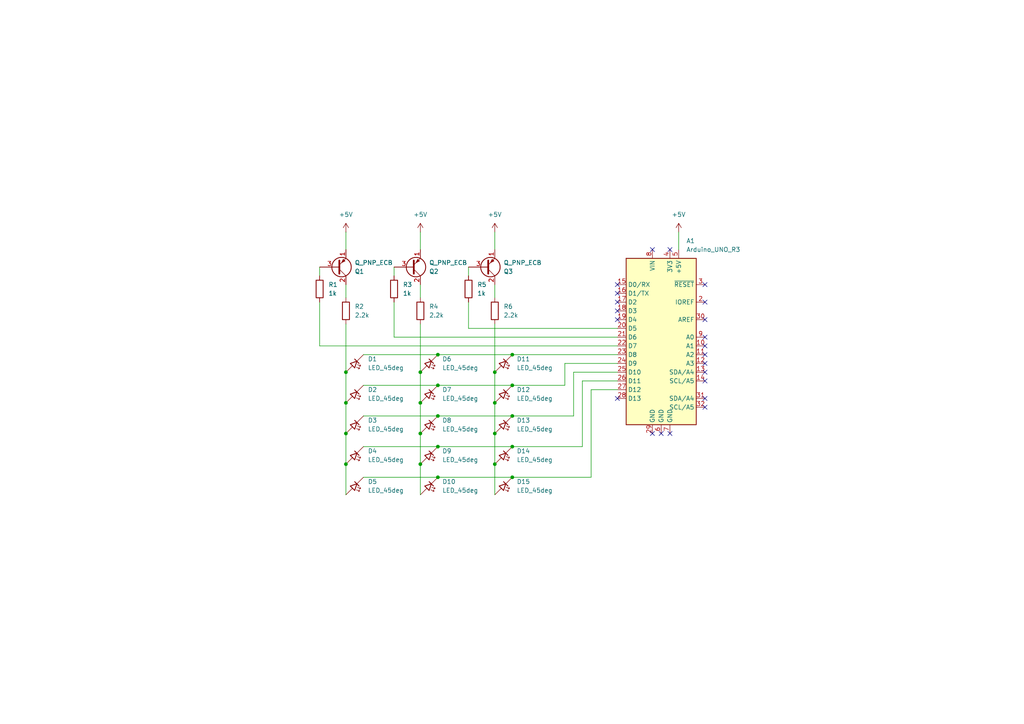
<source format=kicad_sch>
(kicad_sch (version 20231120) (generator "eeschema") (generator_version "8.0")
  (paper "A4")
  (lib_symbols
    (symbol "Device:LED_45deg" (pin_numbers hide) (pin_names (offset 0) hide)
      (property "Reference" "D" (at 1.27 2.54 0))
      (property "Value" "LED_45deg" (at 1.27 0 0))
      (symbol "LED_45deg_0_1"
        (polyline (pts (xy -1.4732 -1.4224) (xy -1.6256 -1.0668)))
        (polyline (pts (xy -0.7112 -1.7272) (xy -0.8636 -1.3716)))
        (polyline (pts (xy -0.635 0.635) (xy -2.54 2.54)))
        (polyline (pts (xy 0 -1.27) (xy 1.27 0)) (stroke (width 0.254)))
        (polyline (pts (xy 2.54 -2.54) (xy 0.635 -0.635)))
        (polyline (pts (xy -1.1176 -0.508) (xy -1.4732 -1.4224) (xy -1.1176 -1.27)))
        (polyline (pts (xy -0.3556 -0.8128) (xy -0.7112 -1.7272) (xy -0.3556 -1.5748)))
        (polyline (pts (xy -1.27 0) (xy 0 1.27) (xy 0.635 -0.635) (xy -1.27 0)) (stroke (width 0.254)))
      )
      (symbol "LED_45deg_1_1"
        (pin passive line (at 2.54 -2.54 180) (length 0) (name "K") (number "1"))
        (pin passive line (at -2.54 2.54 0) (length 0) (name "A") (number "2"))
      )
    )
    (symbol "Device:Q_PNP_ECB" (pin_names (offset 0) hide)
      (property "Reference" "Q" (at 5.08 1.27 0))
      (property "Value" "Q_PNP_ECB" (at 5.08 -1.27 0))
      (symbol "Q_PNP_ECB_0_1"
        (polyline (pts (xy 0.635 0.635) (xy 2.54 2.54)))
        (polyline (pts (xy 0.635 -0.635) (xy 2.54 -2.54) (xy 2.54 -2.54)))
        (polyline (pts (xy 0.635 1.905) (xy 0.635 -1.905) (xy 0.635 -1.905)) (stroke (width 0.508)))
        (polyline (pts (xy 2.286 -1.778) (xy 1.778 -2.286) (xy 1.27 -1.27) (xy 2.286 -1.778) (xy 2.286 -1.778)) (fill (type outline)))
        (circle (center 1.27 0) (radius 2.8194) (stroke (width 0.254)))
      )
      (symbol "Q_PNP_ECB_1_1"
        (pin passive line (at 2.54 -5.08 90) (length 2.54) (name "E") (number "1"))
        (pin passive line (at 2.54 5.08 270) (length 2.54) (name "C") (number "2"))
        (pin input line (at -5.08 0 0) (length 5.715) (name "B") (number "3"))
      )
    )
    (symbol "Device:R" (pin_numbers hide) (pin_names (offset 0))
      (property "Reference" "R" (at 2.032 0 90))
      (property "Value" "R" (at 0 0 90))
      (symbol "R_0_1"
        (rectangle (start -1.016 -2.54) (end 1.016 2.54) (stroke (width 0.254)))
      )
      (symbol "R_1_1"
        (pin passive line (at 0 3.81 270) (length 1.27) (name "~") (number "1"))
        (pin passive line (at 0 -3.81 90) (length 1.27) (name "~") (number "2"))
      )
    )
    (symbol "MCU_Module:Arduino_UNO_R3"
      (property "Reference" "A" (at -10.16 23.495 0))
      (property "Value" "Arduino_UNO_R3" (at 5.08 -26.67 0))
      (symbol "Arduino_UNO_R3_0_1"
        (rectangle (start -10.16 22.86) (end 10.16 -25.4) (stroke (width 0.254)) (fill (type background)))
      )
      (symbol "Arduino_UNO_R3_1_1"
        (pin no_connect line (at -10.16 -20.32 0) (length 2.54) hide (name "NC") (number "1"))
        (pin bidirectional line (at 12.7 -2.54 180) (length 2.54) (name "A1") (number "10"))
        (pin bidirectional line (at 12.7 -5.08 180) (length 2.54) (name "A2") (number "11"))
        (pin bidirectional line (at 12.7 -7.62 180) (length 2.54) (name "A3") (number "12"))
        (pin bidirectional line (at 12.7 -10.16 180) (length 2.54) (name "SDA/A4") (number "13"))
        (pin bidirectional line (at 12.7 -12.7 180) (length 2.54) (name "SCL/A5") (number "14"))
        (pin bidirectional line (at -12.7 15.24 0) (length 2.54) (name "D0/RX") (number "15"))
        (pin bidirectional line (at -12.7 12.7 0) (length 2.54) (name "D1/TX") (number "16"))
        (pin bidirectional line (at -12.7 10.16 0) (length 2.54) (name "D2") (number "17"))
        (pin bidirectional line (at -12.7 7.62 0) (length 2.54) (name "D3") (number "18"))
        (pin bidirectional line (at -12.7 5.08 0) (length 2.54) (name "D4") (number "19"))
        (pin output line (at 12.7 10.16 180) (length 2.54) (name "IOREF") (number "2"))
        (pin bidirectional line (at -12.7 2.54 0) (length 2.54) (name "D5") (number "20"))
        (pin bidirectional line (at -12.7 0 0) (length 2.54) (name "D6") (number "21"))
        (pin bidirectional line (at -12.7 -2.54 0) (length 2.54) (name "D7") (number "22"))
        (pin bidirectional line (at -12.7 -5.08 0) (length 2.54) (name "D8") (number "23"))
        (pin bidirectional line (at -12.7 -7.62 0) (length 2.54) (name "D9") (number "24"))
        (pin bidirectional line (at -12.7 -10.16 0) (length 2.54) (name "D10") (number "25"))
        (pin bidirectional line (at -12.7 -12.7 0) (length 2.54) (name "D11") (number "26"))
        (pin bidirectional line (at -12.7 -15.24 0) (length 2.54) (name "D12") (number "27"))
        (pin bidirectional line (at -12.7 -17.78 0) (length 2.54) (name "D13") (number "28"))
        (pin power_in line (at -2.54 -27.94 90) (length 2.54) (name "GND") (number "29"))
        (pin input line (at 12.7 15.24 180) (length 2.54) (name "~{RESET}") (number "3"))
        (pin input line (at 12.7 5.08 180) (length 2.54) (name "AREF") (number "30"))
        (pin bidirectional line (at 12.7 -17.78 180) (length 2.54) (name "SDA/A4") (number "31"))
        (pin bidirectional line (at 12.7 -20.32 180) (length 2.54) (name "SCL/A5") (number "32"))
        (pin power_out line (at 2.54 25.4 270) (length 2.54) (name "3V3") (number "4"))
        (pin power_out line (at 5.08 25.4 270) (length 2.54) (name "+5V") (number "5"))
        (pin power_in line (at 0 -27.94 90) (length 2.54) (name "GND") (number "6"))
        (pin power_in line (at 2.54 -27.94 90) (length 2.54) (name "GND") (number "7"))
        (pin power_in line (at -2.54 25.4 270) (length 2.54) (name "VIN") (number "8"))
        (pin bidirectional line (at 12.7 0 180) (length 2.54) (name "A0") (number "9"))
      )
    )
    (symbol "power:+5V" (power) (pin_numbers hide) (pin_names (offset 0) hide)
      (property "Value" "+5V" (at 0 3.556 0))
      (symbol "+5V_0_1"
        (polyline (pts (xy -0.762 1.27) (xy 0 2.54)))
        (polyline (pts (xy 0 0) (xy 0 2.54)))
        (polyline (pts (xy 0 2.54) (xy 0.762 1.27)))
      )
      (symbol "+5V_1_1"
        (pin power_in line (at 0 0 90) (length 0) (name "~") (number "1"))
      )
    )
  )
  (junction (at 148.59 138.43))
  (junction (at 100.33 107.95))
  (junction (at 148.59 111.76))
  (junction (at 100.33 125.73))
  (junction (at 148.59 120.65))
  (junction (at 121.92 107.95))
  (junction (at 148.59 102.87))
  (junction (at 127 120.65))
  (junction (at 100.33 134.62))
  (junction (at 143.51 125.73))
  (junction (at 148.59 129.54))
  (junction (at 100.33 116.84))
  (junction (at 143.51 116.84))
  (junction (at 127 102.87))
  (junction (at 127 138.43))
  (junction (at 143.51 107.95))
  (junction (at 143.51 134.62))
  (junction (at 127 111.76))
  (junction (at 121.92 116.84))
  (junction (at 121.92 125.73))
  (junction (at 121.92 134.62))
  (junction (at 127 129.54))
  (no_connect (at 179.07 85.09))
  (no_connect (at 204.47 110.49))
  (no_connect (at 204.47 92.71))
  (no_connect (at 204.47 105.41))
  (no_connect (at 194.31 125.73))
  (no_connect (at 204.47 115.57))
  (no_connect (at 189.23 125.73))
  (no_connect (at 204.47 82.55))
  (no_connect (at 179.07 87.63))
  (no_connect (at 179.07 115.57))
  (no_connect (at 204.47 118.11))
  (no_connect (at 179.07 90.17))
  (no_connect (at 191.77 125.73))
  (no_connect (at 204.47 102.87))
  (no_connect (at 194.31 72.39))
  (no_connect (at 204.47 97.79))
  (no_connect (at 179.07 82.55))
  (no_connect (at 204.47 87.63))
  (no_connect (at 189.23 72.39))
  (no_connect (at 204.47 107.95))
  (no_connect (at 204.47 100.33))
  (no_connect (at 179.07 92.71))
  (wire (pts (xy 105.41 138.43) (xy 127 138.43)))
  (wire (pts (xy 127 120.65) (xy 148.59 120.65)))
  (wire (pts (xy 114.3 97.79) (xy 179.07 97.79)))
  (wire (pts (xy 114.3 77.47) (xy 114.3 80.01)))
  (wire (pts (xy 179.07 110.49) (xy 168.91 110.49)))
  (wire (pts (xy 143.51 107.95) (xy 143.51 116.84)))
  (wire (pts (xy 100.33 116.84) (xy 100.33 125.73)))
  (wire (pts (xy 100.33 107.95) (xy 100.33 116.84)))
  (wire (pts (xy 179.07 95.25) (xy 135.89 95.25)))
  (wire (pts (xy 143.51 82.55) (xy 143.51 86.36)))
  (wire (pts (xy 121.92 82.55) (xy 121.92 86.36)))
  (wire (pts (xy 100.33 134.62) (xy 100.33 143.51)))
  (wire (pts (xy 168.91 110.49) (xy 168.91 129.54)))
  (wire (pts (xy 143.51 125.73) (xy 143.51 134.62)))
  (wire (pts (xy 92.71 100.33) (xy 92.71 87.63)))
  (wire (pts (xy 148.59 111.76) (xy 163.83 111.76)))
  (wire (pts (xy 105.41 111.76) (xy 127 111.76)))
  (wire (pts (xy 100.33 93.98) (xy 100.33 107.95)))
  (wire (pts (xy 127 102.87) (xy 148.59 102.87)))
  (wire (pts (xy 143.51 116.84) (xy 143.51 125.73)))
  (wire (pts (xy 171.45 113.03) (xy 171.45 138.43)))
  (wire (pts (xy 100.33 67.31) (xy 100.33 72.39)))
  (wire (pts (xy 143.51 93.98) (xy 143.51 107.95)))
  (wire (pts (xy 127 111.76) (xy 148.59 111.76)))
  (wire (pts (xy 179.07 113.03) (xy 171.45 113.03)))
  (wire (pts (xy 121.92 116.84) (xy 121.92 125.73)))
  (wire (pts (xy 105.41 102.87) (xy 127 102.87)))
  (wire (pts (xy 127 129.54) (xy 148.59 129.54)))
  (wire (pts (xy 105.41 120.65) (xy 127 120.65)))
  (wire (pts (xy 135.89 95.25) (xy 135.89 87.63)))
  (wire (pts (xy 105.41 129.54) (xy 127 129.54)))
  (wire (pts (xy 179.07 107.95) (xy 166.37 107.95)))
  (wire (pts (xy 148.59 138.43) (xy 171.45 138.43)))
  (wire (pts (xy 179.07 105.41) (xy 163.83 105.41)))
  (wire (pts (xy 100.33 125.73) (xy 100.33 134.62)))
  (wire (pts (xy 127 138.43) (xy 148.59 138.43)))
  (wire (pts (xy 143.51 134.62) (xy 143.51 143.51)))
  (wire (pts (xy 168.91 129.54) (xy 148.59 129.54)))
  (wire (pts (xy 148.59 102.87) (xy 179.07 102.87)))
  (wire (pts (xy 143.51 67.31) (xy 143.51 72.39)))
  (wire (pts (xy 179.07 100.33) (xy 92.71 100.33)))
  (wire (pts (xy 100.33 82.55) (xy 100.33 86.36)))
  (wire (pts (xy 166.37 107.95) (xy 166.37 120.65)))
  (wire (pts (xy 196.85 67.31) (xy 196.85 72.39)))
  (wire (pts (xy 121.92 107.95) (xy 121.92 116.84)))
  (wire (pts (xy 121.92 134.62) (xy 121.92 143.51)))
  (wire (pts (xy 135.89 77.47) (xy 135.89 80.01)))
  (wire (pts (xy 114.3 87.63) (xy 114.3 97.79)))
  (wire (pts (xy 163.83 105.41) (xy 163.83 111.76)))
  (wire (pts (xy 121.92 93.98) (xy 121.92 107.95)))
  (wire (pts (xy 166.37 120.65) (xy 148.59 120.65)))
  (wire (pts (xy 92.71 77.47) (xy 92.71 80.01)))
  (wire (pts (xy 121.92 67.31) (xy 121.92 72.39)))
  (wire (pts (xy 121.92 125.73) (xy 121.92 134.62)))
  (symbol (lib_id "Device:R") (at 143.51 90.17 180) (unit 1)
    (property "Reference" "R6" (at 146.05 88.8999 0) (effects (justify right)))
    (property "Value" "2.2k" (at 146.05 91.4399 0) (effects (justify right)))
    (property "Footprint" "Resistor_THT:R_Axial_DIN0207_L6.3mm_D2.5mm_P7.62mm_Horizontal" (effects (hide yes)))
    (property "Description" "Resistor" (effects (hide yes)))
  )
  (symbol (lib_id "Device:R") (at 92.71 83.82 180) (unit 1)
    (property "Reference" "R1" (at 95.25 82.5499 0) (effects (justify right)))
    (property "Value" "1k" (at 95.25 85.0899 0) (effects (justify right)))
    (property "Footprint" "Resistor_THT:R_Axial_DIN0207_L6.3mm_D2.5mm_P7.62mm_Horizontal" (effects (hide yes)))
    (property "Description" "Resistor" (effects (hide yes)))
  )
  (symbol (lib_id "power:+5V") (at 121.92 67.31 0) (unit 1)
    (property "Reference" "#PWR02" (effects (hide yes)))
    (property "Value" "+5V" (at 121.92 62.23 0))
    (property "Description" "Power symbol creates a global label with name \"+5V\"" (effects (hide yes)))
  )
  (symbol (lib_id "Device:R") (at 100.33 90.17 180) (unit 1)
    (property "Reference" "R2" (at 102.87 88.8999 0) (effects (justify right)))
    (property "Value" "2.2k" (at 102.87 91.4399 0) (effects (justify right)))
    (property "Footprint" "Resistor_THT:R_Axial_DIN0207_L6.3mm_D2.5mm_P7.62mm_Horizontal" (effects (hide yes)))
    (property "Description" "Resistor" (effects (hide yes)))
  )
  (symbol (lib_id "Device:LED_45deg") (at 146.05 123.19 90) (unit 1)
    (property "Reference" "D13" (at 149.86 121.9199 90) (effects (justify right)))
    (property "Value" "LED_45deg" (at 149.86 124.4599 90) (effects (justify right)))
    (property "Footprint" "LED_THT:LED_D3.0mm" (effects (hide yes)))
    (property "Description" "Light emitting diode, rotated by 45°" (effects (hide yes)))
  )
  (symbol (lib_id "MCU_Module:Arduino_UNO_R3") (at 191.77 97.79 0) (unit 1)
    (property "Reference" "A1" (at 199.0441 69.85 0) (effects (justify left)))
    (property "Value" "Arduino_UNO_R3" (at 199.0441 72.39 0) (effects (justify left)))
    (property "Footprint" "Module:Arduino_UNO_R3" (effects (hide yes)))
    (property "Datasheet" "https://www.arduino.cc/en/Main/arduinoBoardUno" (effects (hide yes)))
    (property "Description" "Arduino UNO Microcontroller Module, release 3" (effects (hide yes)))
  )
  (symbol (lib_id "power:+5V") (at 196.85 67.31 0) (unit 1)
    (property "Reference" "#PWR04" (effects (hide yes)))
    (property "Value" "+5V" (at 196.85 62.23 0))
    (property "Description" "Power symbol creates a global label with name \"+5V\"" (effects (hide yes)))
  )
  (symbol (lib_id "Device:LED_45deg") (at 124.46 114.3 90) (unit 1)
    (property "Reference" "D7" (at 128.27 113.0299 90) (effects (justify right)))
    (property "Value" "LED_45deg" (at 128.27 115.5699 90) (effects (justify right)))
    (property "Footprint" "LED_THT:LED_D3.0mm" (effects (hide yes)))
    (property "Description" "Light emitting diode, rotated by 45°" (effects (hide yes)))
  )
  (symbol (lib_id "Device:LED_45deg") (at 124.46 132.08 90) (unit 1)
    (property "Reference" "D9" (at 128.27 130.8099 90) (effects (justify right)))
    (property "Value" "LED_45deg" (at 128.27 133.3499 90) (effects (justify right)))
    (property "Footprint" "LED_THT:LED_D3.0mm" (effects (hide yes)))
    (property "Description" "Light emitting diode, rotated by 45°" (effects (hide yes)))
  )
  (symbol (lib_id "Device:LED_45deg") (at 124.46 123.19 90) (unit 1)
    (property "Reference" "D8" (at 128.27 121.9199 90) (effects (justify right)))
    (property "Value" "LED_45deg" (at 128.27 124.4599 90) (effects (justify right)))
    (property "Footprint" "LED_THT:LED_D3.0mm" (effects (hide yes)))
    (property "Description" "Light emitting diode, rotated by 45°" (effects (hide yes)))
  )
  (symbol (lib_id "Device:Q_PNP_ECB") (at 119.38 77.47 0) (mirror x) (unit 1)
    (property "Reference" "Q2" (at 124.46 78.7401 0) (effects (justify left)))
    (property "Value" "Q_PNP_ECB" (at 124.46 76.2001 0) (effects (justify left)))
    (property "Footprint" "Package_TO_SOT_THT:TO-92_Inline" (effects (hide yes)))
    (property "Description" "PNP transistor, emitter/collector/base" (effects (hide yes)))
  )
  (symbol (lib_id "Device:LED_45deg") (at 102.87 140.97 90) (unit 1)
    (property "Reference" "D5" (at 106.68 139.6999 90) (effects (justify right)))
    (property "Value" "LED_45deg" (at 106.68 142.2399 90) (effects (justify right)))
    (property "Footprint" "LED_THT:LED_D3.0mm" (effects (hide yes)))
    (property "Description" "Light emitting diode, rotated by 45°" (effects (hide yes)))
  )
  (symbol (lib_id "Device:R") (at 114.3 83.82 180) (unit 1)
    (property "Reference" "R3" (at 116.84 82.5499 0) (effects (justify right)))
    (property "Value" "1k" (at 116.84 85.0899 0) (effects (justify right)))
    (property "Footprint" "Resistor_THT:R_Axial_DIN0207_L6.3mm_D2.5mm_P7.62mm_Horizontal" (effects (hide yes)))
    (property "Description" "Resistor" (effects (hide yes)))
  )
  (symbol (lib_id "Device:R") (at 121.92 90.17 180) (unit 1)
    (property "Reference" "R4" (at 124.46 88.8999 0) (effects (justify right)))
    (property "Value" "2.2k" (at 124.46 91.4399 0) (effects (justify right)))
    (property "Footprint" "Resistor_THT:R_Axial_DIN0207_L6.3mm_D2.5mm_P7.62mm_Horizontal" (effects (hide yes)))
    (property "Description" "Resistor" (effects (hide yes)))
  )
  (symbol (lib_id "Device:LED_45deg") (at 146.05 132.08 90) (unit 1)
    (property "Reference" "D14" (at 149.86 130.8099 90) (effects (justify right)))
    (property "Value" "LED_45deg" (at 149.86 133.3499 90) (effects (justify right)))
    (property "Footprint" "LED_THT:LED_D3.0mm" (effects (hide yes)))
    (property "Description" "Light emitting diode, rotated by 45°" (effects (hide yes)))
  )
  (symbol (lib_id "Device:LED_45deg") (at 124.46 105.41 90) (unit 1)
    (property "Reference" "D6" (at 128.27 104.1399 90) (effects (justify right)))
    (property "Value" "LED_45deg" (at 128.27 106.6799 90) (effects (justify right)))
    (property "Footprint" "LED_THT:LED_D3.0mm" (effects (hide yes)))
    (property "Description" "Light emitting diode, rotated by 45°" (effects (hide yes)))
  )
  (symbol (lib_id "Device:LED_45deg") (at 146.05 114.3 90) (unit 1)
    (property "Reference" "D12" (at 149.86 113.0299 90) (effects (justify right)))
    (property "Value" "LED_45deg" (at 149.86 115.5699 90) (effects (justify right)))
    (property "Footprint" "LED_THT:LED_D3.0mm" (effects (hide yes)))
    (property "Description" "Light emitting diode, rotated by 45°" (effects (hide yes)))
  )
  (symbol (lib_id "Device:LED_45deg") (at 102.87 105.41 90) (unit 1)
    (property "Reference" "D1" (at 106.68 104.1399 90) (effects (justify right)))
    (property "Value" "LED_45deg" (at 106.68 106.6799 90) (effects (justify right)))
    (property "Footprint" "LED_THT:LED_D3.0mm" (effects (hide yes)))
    (property "Description" "Light emitting diode, rotated by 45°" (effects (hide yes)))
  )
  (symbol (lib_id "power:+5V") (at 100.33 67.31 0) (unit 1)
    (property "Reference" "#PWR01" (effects (hide yes)))
    (property "Value" "+5V" (at 100.33 62.23 0))
    (property "Description" "Power symbol creates a global label with name \"+5V\"" (effects (hide yes)))
  )
  (symbol (lib_id "power:+5V") (at 143.51 67.31 0) (unit 1)
    (property "Reference" "#PWR03" (effects (hide yes)))
    (property "Value" "+5V" (at 143.51 62.23 0))
    (property "Description" "Power symbol creates a global label with name \"+5V\"" (effects (hide yes)))
  )
  (symbol (lib_id "Device:LED_45deg") (at 102.87 132.08 90) (unit 1)
    (property "Reference" "D4" (at 106.68 130.8099 90) (effects (justify right)))
    (property "Value" "LED_45deg" (at 106.68 133.3499 90) (effects (justify right)))
    (property "Footprint" "LED_THT:LED_D3.0mm" (effects (hide yes)))
    (property "Description" "Light emitting diode, rotated by 45°" (effects (hide yes)))
  )
  (symbol (lib_id "Device:Q_PNP_ECB") (at 97.79 77.47 0) (mirror x) (unit 1)
    (property "Reference" "Q1" (at 102.87 78.7401 0) (effects (justify left)))
    (property "Value" "Q_PNP_ECB" (at 102.87 76.2001 0) (effects (justify left)))
    (property "Footprint" "Package_TO_SOT_THT:TO-92_Inline" (effects (hide yes)))
    (property "Description" "PNP transistor, emitter/collector/base" (effects (hide yes)))
  )
  (symbol (lib_id "Device:R") (at 135.89 83.82 180) (unit 1)
    (property "Reference" "R5" (at 138.43 82.5499 0) (effects (justify right)))
    (property "Value" "1k" (at 138.43 85.0899 0) (effects (justify right)))
    (property "Footprint" "Resistor_THT:R_Axial_DIN0207_L6.3mm_D2.5mm_P7.62mm_Horizontal" (effects (hide yes)))
    (property "Description" "Resistor" (effects (hide yes)))
  )
  (symbol (lib_id "Device:Q_PNP_ECB") (at 140.97 77.47 0) (mirror x) (unit 1)
    (property "Reference" "Q3" (at 146.05 78.7401 0) (effects (justify left)))
    (property "Value" "Q_PNP_ECB" (at 146.05 76.2001 0) (effects (justify left)))
    (property "Footprint" "Package_TO_SOT_THT:TO-92_Inline" (effects (hide yes)))
    (property "Description" "PNP transistor, emitter/collector/base" (effects (hide yes)))
  )
  (symbol (lib_id "Device:LED_45deg") (at 124.46 140.97 90) (unit 1)
    (property "Reference" "D10" (at 128.27 139.6999 90) (effects (justify right)))
    (property "Value" "LED_45deg" (at 128.27 142.2399 90) (effects (justify right)))
    (property "Footprint" "LED_THT:LED_D3.0mm" (effects (hide yes)))
    (property "Description" "Light emitting diode, rotated by 45°" (effects (hide yes)))
  )
  (symbol (lib_id "Device:LED_45deg") (at 146.05 140.97 90) (unit 1)
    (property "Reference" "D15" (at 149.86 139.6999 90) (effects (justify right)))
    (property "Value" "LED_45deg" (at 149.86 142.2399 90) (effects (justify right)))
    (property "Footprint" "LED_THT:LED_D3.0mm" (effects (hide yes)))
    (property "Description" "Light emitting diode, rotated by 45°" (effects (hide yes)))
  )
  (symbol (lib_id "Device:LED_45deg") (at 102.87 114.3 90) (unit 1)
    (property "Reference" "D2" (at 106.68 113.0299 90) (effects (justify right)))
    (property "Value" "LED_45deg" (at 106.68 115.5699 90) (effects (justify right)))
    (property "Footprint" "LED_THT:LED_D3.0mm" (effects (hide yes)))
    (property "Description" "Light emitting diode, rotated by 45°" (effects (hide yes)))
  )
  (symbol (lib_id "Device:LED_45deg") (at 146.05 105.41 90) (unit 1)
    (property "Reference" "D11" (at 149.86 104.1399 90) (effects (justify right)))
    (property "Value" "LED_45deg" (at 149.86 106.6799 90) (effects (justify right)))
    (property "Footprint" "LED_THT:LED_D3.0mm" (effects (hide yes)))
    (property "Description" "Light emitting diode, rotated by 45°" (effects (hide yes)))
  )
  (symbol (lib_id "Device:LED_45deg") (at 102.87 123.19 90) (unit 1)
    (property "Reference" "D3" (at 106.68 121.9199 90) (effects (justify right)))
    (property "Value" "LED_45deg" (at 106.68 124.4599 90) (effects (justify right)))
    (property "Footprint" "LED_THT:LED_D3.0mm" (effects (hide yes)))
    (property "Description" "Light emitting diode, rotated by 45°" (effects (hide yes)))
  )
)
</source>
